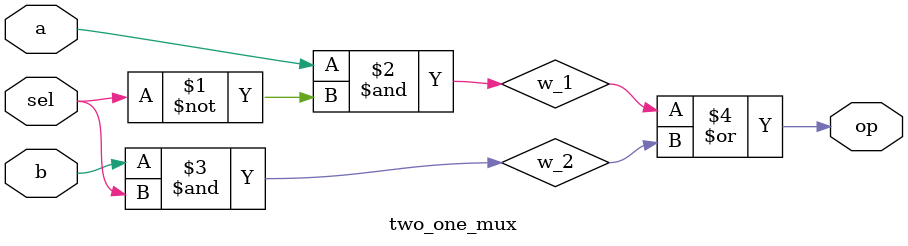
<source format=v>
`timescale 1ns / 1ps
module two_one_mux(op,a,b,sel);
input a,b,sel;
output op;
wire w_1 , w_2;
and(w_1,a,~(sel));
and(w_2,b,sel);
or(op,w_1,w_2);
endmodule

</source>
